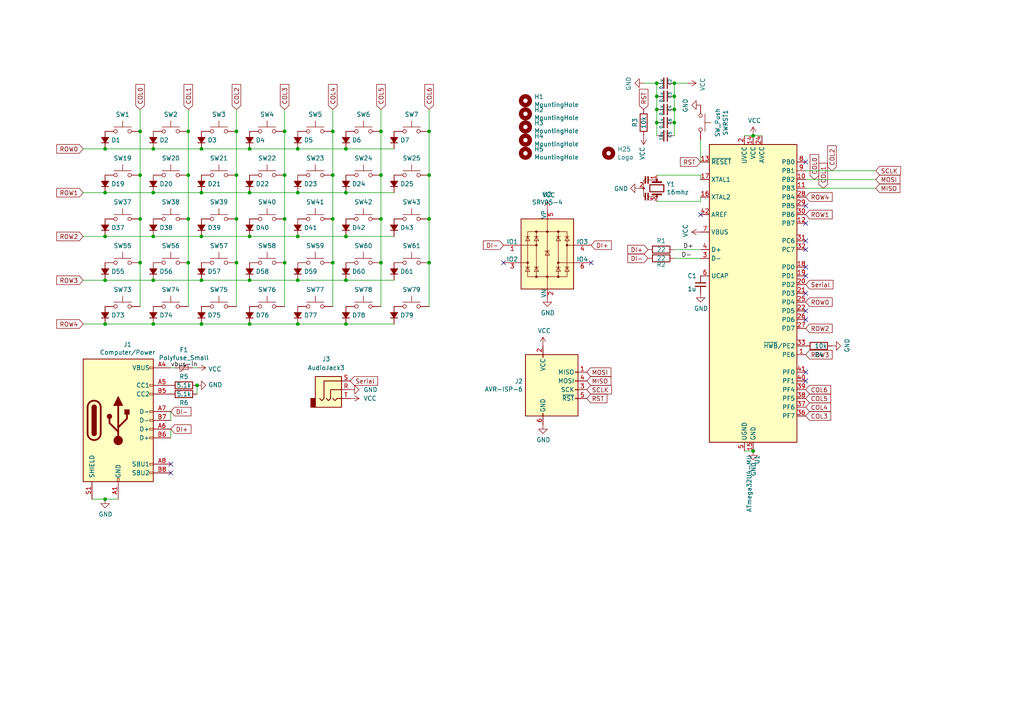
<source format=kicad_sch>
(kicad_sch (version 20211123) (generator eeschema)
  (paper "A4")
  (title_block (title "Lyra") (date "2022-01-23") (rev "2") (company "Black Cat Plasticworks - (Malevolti)"))
  (junction (at 44.45 93.98))
  (junction (at 30.48 93.98))
  (junction (at 82.55 50.8))
  (junction (at 68.58 63.5))
  (junction (at 86.36 68.58))
  (junction (at 58.42 81.28))
  (junction (at 57.15 111.76))
  (junction (at 190.5 31.75))
  (junction (at 195.58 31.75))
  (junction (at 218.44 130.81))
  (junction (at 96.52 76.2))
  (junction (at 124.46 38.1))
  (junction (at 54.61 38.1))
  (junction (at 96.52 38.1))
  (junction (at 40.64 76.2))
  (junction (at 58.42 68.58))
  (junction (at 68.58 76.2))
  (junction (at 110.49 50.8))
  (junction (at 100.33 55.88))
  (junction (at 58.42 93.98))
  (junction (at 40.64 63.5))
  (junction (at 195.58 35.56))
  (junction (at 190.5 27.94))
  (junction (at 110.49 38.1))
  (junction (at 30.48 55.88))
  (junction (at 30.48 68.58))
  (junction (at 100.33 93.98))
  (junction (at 110.49 76.2))
  (junction (at 68.58 38.1))
  (junction (at 54.61 63.5))
  (junction (at 82.55 63.5))
  (junction (at 190.5 24.13))
  (junction (at 30.48 81.28))
  (junction (at 44.45 55.88))
  (junction (at 40.64 50.8))
  (junction (at 58.42 55.88))
  (junction (at 124.46 50.8))
  (junction (at 110.49 63.5))
  (junction (at 72.39 43.18))
  (junction (at 40.64 38.1))
  (junction (at 58.42 43.18))
  (junction (at 96.52 50.8))
  (junction (at 72.39 81.28))
  (junction (at 86.36 55.88))
  (junction (at 72.39 55.88))
  (junction (at 195.58 27.94))
  (junction (at 30.48 43.18))
  (junction (at 72.39 93.98))
  (junction (at 68.58 50.8))
  (junction (at 72.39 68.58))
  (junction (at 86.36 81.28))
  (junction (at 100.33 43.18))
  (junction (at 82.55 38.1))
  (junction (at 86.36 93.98))
  (junction (at 124.46 76.2))
  (junction (at 124.46 63.5))
  (junction (at 82.55 76.2))
  (junction (at 190.5 35.56))
  (junction (at 44.45 81.28))
  (junction (at 54.61 50.8))
  (junction (at 44.45 68.58))
  (junction (at 96.52 63.5))
  (junction (at 218.44 39.37))
  (junction (at 44.45 43.18))
  (junction (at 195.58 24.13))
  (junction (at 86.36 43.18))
  (junction (at 54.61 76.2))
  (junction (at 30.48 144.78))
  (junction (at 100.33 81.28))
  (junction (at 100.33 68.58))
  (no_connect (at 233.68 46.99))
  (no_connect (at 49.53 134.62))
  (no_connect (at 233.68 110.49))
  (no_connect (at 171.45 76.2))
  (no_connect (at 203.2 62.23))
  (no_connect (at 49.53 137.16))
  (no_connect (at 233.68 69.85))
  (no_connect (at 233.68 72.39))
  (no_connect (at 233.68 77.47))
  (no_connect (at 233.68 80.01))
  (no_connect (at 233.68 85.09))
  (no_connect (at 233.68 90.17))
  (no_connect (at 233.68 92.71))
  (no_connect (at 233.68 59.69))
  (no_connect (at 233.68 64.77))
  (no_connect (at 146.05 76.2))
  (no_connect (at 233.68 107.95))
  (wire (pts (xy 218.44 39.37) (xy 215.9 39.37)))
  (wire (pts (xy 68.58 38.1) (xy 68.58 50.8)))
  (wire (pts (xy 30.48 93.98) (xy 44.45 93.98)))
  (wire (pts (xy 96.52 50.8) (xy 96.52 63.5)))
  (wire (pts (xy 190.5 35.56) (xy 190.5 31.75)))
  (wire (pts (xy 58.42 68.58) (xy 44.45 68.58)))
  (wire (pts (xy 195.58 31.75) (xy 195.58 27.94)))
  (wire (pts (xy 124.46 63.5) (xy 124.46 76.2)))
  (wire (pts (xy 190.5 31.75) (xy 190.5 27.94)))
  (wire (pts (xy 68.58 76.2) (xy 68.58 88.9)))
  (wire (pts (xy 72.39 43.18) (xy 58.42 43.18)))
  (wire (pts (xy 49.53 124.46) (xy 49.53 127)))
  (wire (pts (xy 233.68 52.07) (xy 254 52.07)))
  (wire (pts (xy 218.44 39.37) (xy 220.98 39.37)))
  (wire (pts (xy 195.58 39.37) (xy 195.58 35.56)))
  (wire (pts (xy 58.42 55.88) (xy 72.39 55.88)))
  (wire (pts (xy 68.58 50.8) (xy 68.58 63.5)))
  (wire (pts (xy 86.36 93.98) (xy 100.33 93.98)))
  (wire (pts (xy 86.36 55.88) (xy 100.33 55.88)))
  (wire (pts (xy 114.3 68.58) (xy 100.33 68.58)))
  (wire (pts (xy 96.52 38.1) (xy 96.52 31.75)))
  (wire (pts (xy 58.42 81.28) (xy 44.45 81.28)))
  (wire (pts (xy 203.2 57.15) (xy 203.2 58.42)))
  (wire (pts (xy 72.39 81.28) (xy 58.42 81.28)))
  (wire (pts (xy 26.67 144.78) (xy 30.48 144.78)))
  (wire (pts (xy 96.52 63.5) (xy 96.52 76.2)))
  (wire (pts (xy 100.33 43.18) (xy 86.36 43.18)))
  (wire (pts (xy 195.58 27.94) (xy 195.58 24.13)))
  (wire (pts (xy 54.61 63.5) (xy 54.61 76.2)))
  (wire (pts (xy 86.36 68.58) (xy 72.39 68.58)))
  (wire (pts (xy 82.55 38.1) (xy 82.55 31.75)))
  (wire (pts (xy 110.49 50.8) (xy 110.49 63.5)))
  (wire (pts (xy 44.45 81.28) (xy 30.48 81.28)))
  (wire (pts (xy 82.55 50.8) (xy 82.55 63.5)))
  (wire (pts (xy 203.2 72.39) (xy 195.58 72.39)))
  (wire (pts (xy 30.48 93.98) (xy 24.13 93.98)))
  (wire (pts (xy 110.49 38.1) (xy 110.49 31.75)))
  (wire (pts (xy 30.48 43.18) (xy 24.13 43.18)))
  (wire (pts (xy 114.3 43.18) (xy 100.33 43.18)))
  (wire (pts (xy 40.64 76.2) (xy 40.64 88.9)))
  (wire (pts (xy 100.33 68.58) (xy 86.36 68.58)))
  (wire (pts (xy 30.48 144.78) (xy 34.29 144.78)))
  (wire (pts (xy 203.2 50.8) (xy 190.5 50.8)))
  (wire (pts (xy 82.55 76.2) (xy 82.55 88.9)))
  (wire (pts (xy 110.49 38.1) (xy 110.49 50.8)))
  (wire (pts (xy 124.46 76.2) (xy 124.46 88.9)))
  (wire (pts (xy 54.61 38.1) (xy 54.61 50.8)))
  (wire (pts (xy 68.58 38.1) (xy 68.58 31.75)))
  (wire (pts (xy 100.33 55.88) (xy 114.3 55.88)))
  (wire (pts (xy 100.33 93.98) (xy 114.3 93.98)))
  (wire (pts (xy 58.42 93.98) (xy 72.39 93.98)))
  (wire (pts (xy 57.15 111.76) (xy 57.15 114.3)))
  (wire (pts (xy 124.46 38.1) (xy 124.46 50.8)))
  (wire (pts (xy 195.58 24.13) (xy 199.39 24.13)))
  (wire (pts (xy 82.55 38.1) (xy 82.55 50.8)))
  (wire (pts (xy 40.64 63.5) (xy 40.64 76.2)))
  (wire (pts (xy 72.39 93.98) (xy 86.36 93.98)))
  (wire (pts (xy 55.88 106.68) (xy 57.15 106.68)))
  (wire (pts (xy 54.61 76.2) (xy 54.61 88.9)))
  (wire (pts (xy 203.2 58.42) (xy 190.5 58.42)))
  (wire (pts (xy 30.48 68.58) (xy 24.13 68.58)))
  (wire (pts (xy 44.45 93.98) (xy 58.42 93.98)))
  (wire (pts (xy 233.68 54.61) (xy 254 54.61)))
  (wire (pts (xy 110.49 76.2) (xy 110.49 88.9)))
  (wire (pts (xy 82.55 63.5) (xy 82.55 76.2)))
  (wire (pts (xy 86.36 43.18) (xy 72.39 43.18)))
  (wire (pts (xy 40.64 50.8) (xy 40.64 63.5)))
  (wire (pts (xy 96.52 38.1) (xy 96.52 50.8)))
  (wire (pts (xy 190.5 39.37) (xy 190.5 35.56)))
  (wire (pts (xy 54.61 38.1) (xy 54.61 31.75)))
  (wire (pts (xy 215.9 130.81) (xy 218.44 130.81)))
  (wire (pts (xy 72.39 68.58) (xy 58.42 68.58)))
  (wire (pts (xy 49.53 121.92) (xy 49.53 119.38)))
  (wire (pts (xy 30.48 55.88) (xy 44.45 55.88)))
  (wire (pts (xy 124.46 50.8) (xy 124.46 63.5)))
  (wire (pts (xy 44.45 55.88) (xy 58.42 55.88)))
  (wire (pts (xy 54.61 50.8) (xy 54.61 63.5)))
  (wire (pts (xy 203.2 52.07) (xy 203.2 50.8)))
  (wire (pts (xy 86.36 81.28) (xy 72.39 81.28)))
  (wire (pts (xy 190.5 24.13) (xy 186.69 24.13)))
  (wire (pts (xy 195.58 35.56) (xy 195.58 31.75)))
  (wire (pts (xy 40.64 38.1) (xy 40.64 50.8)))
  (wire (pts (xy 100.33 81.28) (xy 86.36 81.28)))
  (wire (pts (xy 124.46 38.1) (xy 124.46 31.75)))
  (wire (pts (xy 44.45 68.58) (xy 30.48 68.58)))
  (wire (pts (xy 30.48 81.28) (xy 24.13 81.28)))
  (wire (pts (xy 114.3 81.28) (xy 100.33 81.28)))
  (wire (pts (xy 72.39 55.88) (xy 86.36 55.88)))
  (wire (pts (xy 195.58 74.93) (xy 203.2 74.93)))
  (wire (pts (xy 44.45 43.18) (xy 30.48 43.18)))
  (wire (pts (xy 30.48 55.88) (xy 24.13 55.88)))
  (wire (pts (xy 233.68 49.53) (xy 254 49.53)))
  (wire (pts (xy 58.42 43.18) (xy 44.45 43.18)))
  (wire (pts (xy 49.53 106.68) (xy 50.8 106.68)))
  (wire (pts (xy 203.2 46.99) (xy 203.2 40.64)))
  (wire (pts (xy 40.64 38.1) (xy 40.64 31.75)))
  (wire (pts (xy 96.52 76.2) (xy 96.52 88.9)))
  (wire (pts (xy 68.58 63.5) (xy 68.58 76.2)))
  (wire (pts (xy 110.49 76.2) (xy 110.49 63.5)))
  (wire (pts (xy 190.5 27.94) (xy 190.5 24.13)))
  (label "vbus-in" (at 49.53 106.68 0))
  (label "D-" (at 200.66 74.93 180))
  (label "D+" (at 198.12 72.39 0))
  (global_label "ROW0" (shape input) (at 233.68 87.63 0) (property "Intersheet References" "${INTERSHEET_REFS}" (effects hide)))
  (global_label "COL6" (shape input) (at 124.46 31.75 90) (property "Intersheet References" "${INTERSHEET_REFS}" (effects hide)))
  (global_label "RST" (shape input) (at 203.2 46.99 180) (property "Intersheet References" "${INTERSHEET_REFS}" (effects hide)))
  (global_label "Serial" (shape input) (at 233.68 82.55 0) (property "Intersheet References" "${INTERSHEET_REFS}" (effects hide)))
  (global_label "ROW1" (shape input) (at 233.68 62.23 0) (property "Intersheet References" "${INTERSHEET_REFS}" (effects hide)))
  (global_label "MOSI" (shape input) (at 170.18 107.95 0) (property "Intersheet References" "${INTERSHEET_REFS}" (effects hide)))
  (global_label "Serial" (shape input) (at 101.6 110.49 0) (property "Intersheet References" "${INTERSHEET_REFS}" (effects hide)))
  (global_label "COL5" (shape input) (at 233.68 115.57 0) (property "Intersheet References" "${INTERSHEET_REFS}" (effects hide)))
  (global_label "ROW2" (shape input) (at 233.68 95.25 0) (property "Intersheet References" "${INTERSHEET_REFS}" (effects hide)))
  (global_label "COL0" (shape input) (at 236.22 52.07 90) (property "Intersheet References" "${INTERSHEET_REFS}" (effects hide)))
  (global_label "ROW4" (shape input) (at 24.13 93.98 180) (property "Intersheet References" "${INTERSHEET_REFS}" (effects hide)))
  (global_label "ROW3" (shape input) (at 233.68 102.87 0) (property "Intersheet References" "${INTERSHEET_REFS}" (effects hide)))
  (global_label "COL0" (shape input) (at 40.64 31.75 90) (property "Intersheet References" "${INTERSHEET_REFS}" (effects hide)))
  (global_label "ROW0" (shape input) (at 24.13 43.18 180) (property "Intersheet References" "${INTERSHEET_REFS}" (effects hide)))
  (global_label "COL5" (shape input) (at 110.49 31.75 90) (property "Intersheet References" "${INTERSHEET_REFS}" (effects hide)))
  (global_label "COL6" (shape input) (at 233.68 113.03 0) (property "Intersheet References" "${INTERSHEET_REFS}" (effects hide)))
  (global_label "DI-" (shape input) (at 146.05 71.12 180) (property "Intersheet References" "${INTERSHEET_REFS}" (effects hide)))
  (global_label "COL4" (shape input) (at 233.68 118.11 0) (property "Intersheet References" "${INTERSHEET_REFS}" (effects hide)))
  (global_label "COL3" (shape input) (at 233.68 120.65 0) (property "Intersheet References" "${INTERSHEET_REFS}" (effects hide)))
  (global_label "ROW2" (shape input) (at 24.13 68.58 180) (property "Intersheet References" "${INTERSHEET_REFS}" (effects hide)))
  (global_label "RST" (shape input) (at 186.69 31.75 90) (property "Intersheet References" "${INTERSHEET_REFS}" (effects hide)))
  (global_label "ROW1" (shape input) (at 24.13 55.88 180) (property "Intersheet References" "${INTERSHEET_REFS}" (effects hide)))
  (global_label "ROW4" (shape input) (at 233.68 57.15 0) (property "Intersheet References" "${INTERSHEET_REFS}" (effects hide)))
  (global_label "DI-" (shape input) (at 49.53 119.38 0) (property "Intersheet References" "${INTERSHEET_REFS}" (effects hide)))
  (global_label "SCLK" (shape input) (at 254 49.53 0) (property "Intersheet References" "${INTERSHEET_REFS}" (effects hide)))
  (global_label "COL1" (shape input) (at 238.76 54.61 90) (property "Intersheet References" "${INTERSHEET_REFS}" (effects hide)))
  (global_label "DI+" (shape input) (at 49.53 124.46 0) (property "Intersheet References" "${INTERSHEET_REFS}" (effects hide)))
  (global_label "MOSI" (shape input) (at 254 52.07 0) (property "Intersheet References" "${INTERSHEET_REFS}" (effects hide)))
  (global_label "COL2" (shape input) (at 241.3 49.53 90) (property "Intersheet References" "${INTERSHEET_REFS}" (effects hide)))
  (global_label "COL1" (shape input) (at 54.61 31.75 90) (property "Intersheet References" "${INTERSHEET_REFS}" (effects hide)))
  (global_label "MISO" (shape input) (at 170.18 110.49 0) (property "Intersheet References" "${INTERSHEET_REFS}" (effects hide)))
  (global_label "RST" (shape input) (at 170.18 115.57 0) (property "Intersheet References" "${INTERSHEET_REFS}" (effects hide)))
  (global_label "COL2" (shape input) (at 68.58 31.75 90) (property "Intersheet References" "${INTERSHEET_REFS}" (effects hide)))
  (global_label "ROW3" (shape input) (at 24.13 81.28 180) (property "Intersheet References" "${INTERSHEET_REFS}" (effects hide)))
  (global_label "DI+" (shape input) (at 187.96 72.39 180) (property "Intersheet References" "${INTERSHEET_REFS}" (effects hide)))
  (global_label "MISO" (shape input) (at 254 54.61 0) (property "Intersheet References" "${INTERSHEET_REFS}" (effects hide)))
  (global_label "COL4" (shape input) (at 96.52 31.75 90) (property "Intersheet References" "${INTERSHEET_REFS}" (effects hide)))
  (global_label "DI-" (shape input) (at 187.96 74.93 180) (property "Intersheet References" "${INTERSHEET_REFS}" (effects hide)))
  (global_label "SCLK" (shape input) (at 170.18 113.03 0) (property "Intersheet References" "${INTERSHEET_REFS}" (effects hide)))
  (global_label "DI+" (shape input) (at 171.45 71.12 0) (property "Intersheet References" "${INTERSHEET_REFS}" (effects hide)))
  (global_label "COL3" (shape input) (at 82.55 31.75 90) (property "Intersheet References" "${INTERSHEET_REFS}" (effects hide)))
  (symbol (lib_id "MCU_Microchip_ATmega:ATmega32U4-MU") (at 218.44 85.09 0) (unit 1)
    (property "Reference" "U1" (at 219.6084 131.9276 90) (effects (justify right)))
    (property "Value" "ATmega32U4-MU" (at 217.297 131.9276 90) (effects (justify right)))
    (property "Footprint" "Package_DFN_QFN:QFN-44-1EP_7x7mm_P0.5mm_EP5.2x5.2mm" (effects hide))
    (property "Datasheet" "http://ww1.microchip.com/downloads/en/DeviceDoc/Atmel-7766-8-bit-AVR-ATmega16U4-32U4_Datasheet.pdf" (effects hide))
    (property "LCSC" "C112161" (effects hide))
    (property "Manufacturer" "Microchip Tech" (effects hide))
    (property "Mfg pt #" "ATMEGA32U4-MU" (effects hide))
    (property "Type" "BGA/QFP" (effects hide))
  )
  (symbol (lib_id "Device:Resonator") (at 190.5 54.61 270) (unit 1)
    (property "Reference" "Y1" (at 193.294 53.4416 90) (effects (justify left)))
    (property "Value" "16mhz" (at 193.294 55.753 90) (effects (justify left)))
    (property "Footprint" "Crystal:Resonator_SMD_muRata_CSTxExxV-3Pin_3.0x1.1mm_HandSoldering" (effects hide))
    (property "LCSC" "C341521" (effects hide))
    (property "Manufacturer" "Murata Electronics" (effects hide))
    (property "Mfg pt #" "CSTNE16M0V530000R0" (effects hide))
    (property "Type" "SMD" (effects hide))
  )
  (symbol (lib_id "power:GND") (at 185.42 54.61 270) (unit 1)
    (property "Reference" "#PWR012" (effects hide))
    (property "Value" "GND" (at 182.1688 54.737 90) (effects (justify right)))
  )
  (symbol (lib_id "Connector:USB_C_Receptacle_USB2.0") (at 34.29 121.92 0) (unit 1)
    (property "Reference" "J1" (at 37.0078 99.8982 0))
    (property "Value" "Computer/Power" (at 37.0078 102.2096 0))
    (property "Footprint" "Connector_USB:USB_C_Receptacle_HRO_TYPE-C-31-M-12" (effects hide))
    (property "Datasheet" "https://www.usb.org/sites/default/files/documents/usb_type-c.zip" (effects hide))
    (property "LCSC" "C165948" (effects hide))
    (property "Manufacturer" "Korean Hroparts Elec" (effects hide))
    (property "Mfg pt #" "TYPE-C-31-M-12" (effects hide))
    (property "Type" "SMD" (effects hide))
  )
  (symbol (lib_id "Device:Polyfuse_Small") (at 53.34 106.68 270) (unit 1)
    (property "Reference" "F1" (at 53.34 101.473 90))
    (property "Value" "Polyfuse_Small" (at 53.34 103.7844 90))
    (property "Footprint" "Fuse:Fuse_0402_1005Metric" (effects hide))
    (property "LCSC" "C914085" (effects hide))
    (property "Manufacturer" "BHFUSE" (effects hide))
    (property "Mfg pt #" "BSMD0402L-020" (effects hide))
    (property "Type" "SMD" (effects hide))
  )
  (symbol (lib_id "Device:R") (at 53.34 111.76 270) (unit 1)
    (property "Reference" "R5" (at 53.34 109.22 90))
    (property "Value" "5.1k" (at 53.34 111.76 90))
    (property "Footprint" "Resistor_SMD:R_0402_1005Metric_Pad0.72x0.64mm_HandSolder" (effects hide))
    (property "LCSC" "C25905" (effects hide))
    (property "Manufacturer" "UNI-ROYAL" (effects hide))
    (property "Mfg pt #" "0402WGF5101TCE" (effects hide))
    (property "Type" "SMD" (effects hide))
  )
  (symbol (lib_id "Device:R") (at 53.34 114.3 270) (unit 1)
    (property "Reference" "R6" (at 53.34 116.84 90))
    (property "Value" "5.1k" (at 53.34 114.3 90))
    (property "Footprint" "Resistor_SMD:R_0402_1005Metric_Pad0.72x0.64mm_HandSolder" (effects hide))
    (property "LCSC" "C25905" (effects hide))
    (property "Manufacturer" "UNI-ROYAL" (effects hide))
    (property "Mfg pt #" "0402WGF5101TCE" (effects hide))
    (property "Type" "SMD" (effects hide))
  )
  (symbol (lib_id "Device:R") (at 191.77 72.39 270) (unit 1)
    (property "Reference" "R1" (at 191.77 69.85 90))
    (property "Value" "22" (at 191.77 72.39 90))
    (property "Footprint" "Resistor_SMD:R_0402_1005Metric_Pad0.72x0.64mm_HandSolder" (effects hide))
    (property "LCSC" "C93929" (effects hide))
    (property "Manufacturer" "YAGEO" (effects hide))
    (property "Mfg pt #" "RC0402JR-0722RL" (effects hide))
    (property "Type" "SMD" (effects hide))
  )
  (symbol (lib_id "Device:R") (at 191.77 74.93 270) (unit 1)
    (property "Reference" "R2" (at 191.77 77.47 90) (effects (justify bottom)))
    (property "Value" "22" (at 191.77 74.93 90))
    (property "Footprint" "Resistor_SMD:R_0402_1005Metric_Pad0.72x0.64mm_HandSolder" (effects hide))
    (property "LCSC" "C93929" (effects hide))
    (property "Manufacturer" "YAGEO" (effects hide))
    (property "Mfg pt #" "RC0402JR-0722RL" (effects hide))
    (property "Type" "SMD" (effects hide))
  )
  (symbol (lib_id "power:VCC") (at 218.44 39.37 0) (unit 1)
    (property "Reference" "#PWR010" (effects hide))
    (property "Value" "VCC" (at 218.821 34.9758 0))
  )
  (symbol (lib_id "Device:C_Small") (at 203.2 82.55 0) (unit 1)
    (property "Reference" "C1" (at 199.39 80.01 0) (effects (justify left)))
    (property "Value" "1u" (at 199.39 83.82 0) (effects (justify left)))
    (property "Footprint" "Keeb.io:C_0402" (effects hide))
    (property "LCSC" "C106253" (effects hide))
    (property "Manufacturer" "YAGEO" (effects hide))
    (property "Mfg pt #" "CC0402KRX5R5BB105" (effects hide))
    (property "Type" "SMD" (effects hide))
  )
  (symbol (lib_id "power:GND") (at 203.2 85.09 0) (unit 1)
    (property "Reference" "#PWR014" (effects hide))
    (property "Value" "GND" (at 203.327 89.4842 0))
  )
  (symbol (lib_id "Device:C_Small") (at 193.04 24.13 270) (unit 1)
    (property "Reference" "C2" (at 194.31 22.86 0) (effects (font (size 0.889 0.889)) (justify left)))
    (property "Value" "0.1u" (at 191.77 22.86 0) (effects (font (size 0.889 0.889)) (justify left)))
    (property "Footprint" "Keeb.io:C_0402" (effects hide))
    (property "LCSC" "C106204" (effects hide))
    (property "Manufacturer" "YAGEO" (effects hide))
    (property "Mfg pt #" "CC0402KRX5R7BB104" (effects hide))
    (property "Type" "SMD" (effects hide))
  )
  (symbol (lib_id "Device:C_Small") (at 193.04 27.94 270) (unit 1)
    (property "Reference" "C3" (at 194.31 26.67 0) (effects (font (size 0.889 0.889)) (justify left)))
    (property "Value" "0.1u" (at 191.77 26.67 0) (effects (font (size 0.889 0.889)) (justify left)))
    (property "Footprint" "Keeb.io:C_0402" (effects hide))
    (property "LCSC" "C106204" (effects hide))
    (property "Manufacturer" "YAGEO" (effects hide))
    (property "Mfg pt #" "CC0402KRX5R7BB104" (effects hide))
    (property "Type" "SMD" (effects hide))
  )
  (symbol (lib_id "Device:C_Small") (at 193.04 31.75 270) (unit 1)
    (property "Reference" "C4" (at 194.31 30.48 0) (effects (font (size 0.889 0.889)) (justify left)))
    (property "Value" "0.1u" (at 191.77 30.48 0) (effects (font (size 0.889 0.889)) (justify left)))
    (property "Footprint" "Keeb.io:C_0402" (effects hide))
    (property "LCSC" "C106204" (effects hide))
    (property "Manufacturer" "YAGEO" (effects hide))
    (property "Mfg pt #" "CC0402KRX5R7BB104" (effects hide))
    (property "Type" "SMD" (effects hide))
  )
  (symbol (lib_id "Device:C_Small") (at 193.04 39.37 270) (unit 1)
    (property "Reference" "C5" (at 194.31 38.1 0) (effects (font (size 0.889 0.889)) (justify left)))
    (property "Value" "10u" (at 191.77 38.1 0) (effects (font (size 0.889 0.889)) (justify left)))
    (property "Footprint" "Keeb.io:C_0402" (effects hide))
    (property "LCSC" "C237279" (effects hide))
    (property "Manufacturer" "Murata Electronics" (effects hide))
    (property "Mfg pt #" "GRM155C80J106ME11D" (effects hide))
    (property "Type" "SMD" (effects hide))
  )
  (symbol (lib_id "power:VCC") (at 199.39 24.13 270) (unit 1)
    (property "Reference" "#PWR06" (effects hide))
    (property "Value" "VCC" (at 203.7842 24.511 0))
  )
  (symbol (lib_id "power:GND") (at 186.69 24.13 270) (unit 1)
    (property "Reference" "#PWR07" (effects hide))
    (property "Value" "GND" (at 182.2958 24.257 0))
  )
  (symbol (lib_id "Power_Protection:SRV05-4") (at 158.75 73.66 0) (unit 1)
    (property "Reference" "U2" (at 158.75 56.3626 0))
    (property "Value" "SRV05-4" (at 158.75 58.674 0))
    (property "Footprint" "Package_TO_SOT_SMD:SOT-23-6" (effects hide))
    (property "Datasheet" "http://www.onsemi.com/pub/Collateral/SRV05-4-D.PDF" (effects hide))
    (property "LCSC" "C558418" (effects hide))
    (property "Manufacturer" "TECH PUBLIC" (effects hide))
    (property "Mfg pt #" "SRV05-4" (effects hide))
    (property "Type" "SMD" (effects hide))
  )
  (symbol (lib_id "power:GND") (at 158.75 86.36 0) (unit 1)
    (property "Reference" "#PWR09" (effects hide))
    (property "Value" "GND" (at 158.877 90.7542 0))
  )
  (symbol (lib_id "power:VCC") (at 158.75 60.96 0) (unit 1)
    (property "Reference" "#PWR08" (effects hide))
    (property "Value" "VCC" (at 159.131 56.5658 0))
  )
  (symbol (lib_id "Device:R") (at 186.69 35.56 0) (unit 1)
    (property "Reference" "R3" (at 184.15 35.56 90))
    (property "Value" "10k" (at 186.69 35.56 90))
    (property "Footprint" "Resistor_SMD:R_0402_1005Metric_Pad0.72x0.64mm_HandSolder" (effects hide))
    (property "LCSC" "C60489" (effects hide))
    (property "Manufacturer" "YAGEO" (effects hide))
    (property "Mfg pt #" "RC0402JR-0710KL" (effects hide))
    (property "Type" "SMD" (effects hide))
  )
  (symbol (lib_id "Device:R") (at 237.49 100.33 270) (unit 1)
    (property "Reference" "R4" (at 236.22 102.87 90) (effects (justify left)))
    (property "Value" "10k" (at 236.22 100.33 90) (effects (justify left)))
    (property "Footprint" "Resistor_SMD:R_0402_1005Metric_Pad0.72x0.64mm_HandSolder" (effects hide))
    (property "LCSC" "C60489" (effects hide))
    (property "Manufacturer" "YAGEO" (effects hide))
    (property "Mfg pt #" "RC0402JR-0710KL" (effects hide))
    (property "Type" "SMD" (effects hide))
  )
  (symbol (lib_id "Connector:AVR-ISP-6") (at 160.02 113.03 0) (unit 1)
    (property "Reference" "J2" (at 151.6634 110.5916 0) (effects (justify right)))
    (property "Value" "AVR-ISP-6" (at 151.6634 112.903 0) (effects (justify right)))
    (property "Footprint" "Connector_PinSocket_2.54mm:PinSocket_2x03_P2.54mm_Vertical" (effects hide))
    (property "Datasheet" " ~" (effects hide))
  )
  (symbol (lib_id "power:VCC") (at 186.69 39.37 180) (unit 1)
    (property "Reference" "#PWR011" (effects hide))
    (property "Value" "VCC" (at 186.309 42.5958 90) (effects (justify left)))
  )
  (symbol (lib_id "power:VCC") (at 157.48 100.33 0) (unit 1)
    (property "Reference" "#PWR02" (effects hide))
    (property "Value" "VCC" (at 157.861 95.9358 0))
  )
  (symbol (lib_id "power:GND") (at 157.48 123.19 0) (unit 1)
    (property "Reference" "#PWR03" (effects hide))
    (property "Value" "GND" (at 157.607 127.5842 0))
  )
  (symbol (lib_id "Switch:SW_Push") (at 35.56 38.1 0) (unit 1)
    (property "Reference" "SW1" (at 35.56 33.1978 0))
    (property "Value" "SW_Push" (effects hide))
    (property "Footprint" "Lily58:MX_Choc_Hotswap" (effects hide))
  )
  (symbol (lib_id "Switch:SW_Push") (at 49.53 38.1 0) (unit 1)
    (property "Reference" "SW2" (at 49.53 33.1978 0))
    (property "Value" "SW_Push" (effects hide))
    (property "Footprint" "Lily58:MX_Choc_Hotswap" (effects hide))
  )
  (symbol (lib_id "Switch:SW_Push") (at 63.5 38.1 0) (unit 1)
    (property "Reference" "SW3" (at 63.5 33.1978 0))
    (property "Value" "SW_Push" (effects hide))
    (property "Footprint" "Lily58:MX_Choc_Hotswap" (effects hide))
  )
  (symbol (lib_id "Switch:SW_Push") (at 77.47 38.1 0) (unit 1)
    (property "Reference" "SW4" (at 77.47 33.1978 0))
    (property "Value" "SW_Push" (effects hide))
    (property "Footprint" "Lily58:MX_Choc_Hotswap" (effects hide))
  )
  (symbol (lib_id "Switch:SW_Push") (at 91.44 38.1 0) (unit 1)
    (property "Reference" "SW5" (at 91.44 33.1978 0))
    (property "Value" "SW_Push" (effects hide))
    (property "Footprint" "Lily58:MX_Choc_Hotswap" (effects hide))
  )
  (symbol (lib_id "Switch:SW_Push") (at 105.41 38.1 0) (unit 1)
    (property "Reference" "SW6" (at 105.41 33.1978 0))
    (property "Value" "SW_Push" (effects hide))
    (property "Footprint" "Lily58:MX_Choc_Hotswap" (effects hide))
  )
  (symbol (lib_id "Switch:SW_Push") (at 119.38 38.1 0) (unit 1)
    (property "Reference" "SW7" (at 119.38 33.1978 0))
    (property "Value" "SW_Push" (effects hide))
    (property "Footprint" "Lily58:MX_Choc_Hotswap" (effects hide))
  )
  (symbol (lib_id "Switch:SW_Push") (at 35.56 50.8 0) (unit 1)
    (property "Reference" "SW19" (at 35.56 45.8978 0))
    (property "Value" "SW_Push" (effects hide))
    (property "Footprint" "Lily58:MX_Choc_Hotswap" (effects hide))
  )
  (symbol (lib_id "Switch:SW_Push") (at 49.53 50.8 0) (unit 1)
    (property "Reference" "SW20" (at 49.53 45.8978 0))
    (property "Value" "SW_Push" (effects hide))
    (property "Footprint" "Lily58:MX_Choc_Hotswap" (effects hide))
  )
  (symbol (lib_id "Switch:SW_Push") (at 63.5 50.8 0) (unit 1)
    (property "Reference" "SW21" (at 63.5 45.8978 0))
    (property "Value" "SW_Push" (effects hide))
    (property "Footprint" "Lily58:MX_Choc_Hotswap" (effects hide))
  )
  (symbol (lib_id "Switch:SW_Push") (at 77.47 50.8 0) (unit 1)
    (property "Reference" "SW22" (at 77.47 45.8978 0))
    (property "Value" "SW_Push" (effects hide))
    (property "Footprint" "Lily58:MX_Choc_Hotswap" (effects hide))
  )
  (symbol (lib_id "Switch:SW_Push") (at 91.44 50.8 0) (unit 1)
    (property "Reference" "SW23" (at 91.44 45.8978 0))
    (property "Value" "SW_Push" (effects hide))
    (property "Footprint" "Lily58:MX_Choc_Hotswap" (effects hide))
  )
  (symbol (lib_id "Switch:SW_Push") (at 105.41 50.8 0) (unit 1)
    (property "Reference" "SW24" (at 105.41 45.8978 0))
    (property "Value" "SW_Push" (effects hide))
    (property "Footprint" "Lily58:MX_Choc_Hotswap" (effects hide))
  )
  (symbol (lib_id "Switch:SW_Push") (at 119.38 50.8 0) (unit 1)
    (property "Reference" "SW25" (at 119.38 45.8978 0))
    (property "Value" "SW_Push" (effects hide))
    (property "Footprint" "Lily58:MX_Choc_Hotswap" (effects hide))
  )
  (symbol (lib_id "Switch:SW_Push") (at 35.56 63.5 0) (unit 1)
    (property "Reference" "SW37" (at 35.56 58.5978 0))
    (property "Value" "SW_Push" (effects hide))
    (property "Footprint" "Lily58:MX_Choc_Hotswap" (effects hide))
  )
  (symbol (lib_id "Switch:SW_Push") (at 49.53 63.5 0) (unit 1)
    (property "Reference" "SW38" (at 49.53 58.5978 0))
    (property "Value" "SW_Push" (effects hide))
    (property "Footprint" "Lily58:MX_Choc_Hotswap" (effects hide))
  )
  (symbol (lib_id "Switch:SW_Push") (at 63.5 63.5 0) (unit 1)
    (property "Reference" "SW39" (at 63.5 58.5978 0))
    (property "Value" "SW_Push" (effects hide))
    (property "Footprint" "Lily58:MX_Choc_Hotswap" (effects hide))
  )
  (symbol (lib_id "Switch:SW_Push") (at 77.47 63.5 0) (unit 1)
    (property "Reference" "SW40" (at 77.47 58.5978 0))
    (property "Value" "SW_Push" (effects hide))
    (property "Footprint" "Lily58:MX_Choc_Hotswap" (effects hide))
  )
  (symbol (lib_id "Switch:SW_Push") (at 91.44 63.5 0) (unit 1)
    (property "Reference" "SW41" (at 91.44 58.5978 0))
    (property "Value" "SW_Push" (effects hide))
    (property "Footprint" "Lily58:MX_Choc_Hotswap" (effects hide))
  )
  (symbol (lib_id "Switch:SW_Push") (at 105.41 63.5 0) (unit 1)
    (property "Reference" "SW42" (at 105.41 58.5978 0))
    (property "Value" "SW_Push" (effects hide))
    (property "Footprint" "Lily58:MX_Choc_Hotswap" (effects hide))
  )
  (symbol (lib_id "Switch:SW_Push") (at 119.38 63.5 0) (unit 1)
    (property "Reference" "SW43" (at 119.38 58.5978 0))
    (property "Value" "SW_Push" (effects hide))
    (property "Footprint" "Lily58:MX_Choc_Hotswap" (effects hide))
  )
  (symbol (lib_id "Switch:SW_Push") (at 35.56 76.2 0) (unit 1)
    (property "Reference" "SW55" (at 35.56 71.2978 0))
    (property "Value" "SW_Push" (effects hide))
    (property "Footprint" "Lily58:MX_Choc_Hotswap" (effects hide))
  )
  (symbol (lib_id "Switch:SW_Push") (at 49.53 76.2 0) (unit 1)
    (property "Reference" "SW56" (at 49.53 71.2978 0))
    (property "Value" "SW_Push" (effects hide))
    (property "Footprint" "Lily58:MX_Choc_Hotswap" (effects hide))
  )
  (symbol (lib_id "Switch:SW_Push") (at 63.5 76.2 0) (unit 1)
    (property "Reference" "SW57" (at 63.5 71.2978 0))
    (property "Value" "SW_Push" (effects hide))
    (property "Footprint" "Lily58:MX_Choc_Hotswap" (effects hide))
  )
  (symbol (lib_id "Switch:SW_Push") (at 77.47 76.2 0) (unit 1)
    (property "Reference" "SW58" (at 77.47 71.2978 0))
    (property "Value" "SW_Push" (effects hide))
    (property "Footprint" "Lily58:MX_Choc_Hotswap" (effects hide))
  )
  (symbol (lib_id "Switch:SW_Push") (at 91.44 76.2 0) (unit 1)
    (property "Reference" "SW59" (at 91.44 71.2978 0))
    (property "Value" "SW_Push" (effects hide))
    (property "Footprint" "Lily58:MX_Choc_Hotswap" (effects hide))
  )
  (symbol (lib_id "Switch:SW_Push") (at 105.41 76.2 0) (unit 1)
    (property "Reference" "SW60" (at 105.41 71.2978 0))
    (property "Value" "SW_Push" (effects hide))
    (property "Footprint" "Lily58:MX_Choc_Hotswap" (effects hide))
  )
  (symbol (lib_id "Switch:SW_Push") (at 119.38 76.2 0) (unit 1)
    (property "Reference" "SW61" (at 119.38 71.2978 0))
    (property "Value" "SW_Push" (effects hide))
    (property "Footprint" "Lily58:MX_Choc_Hotswap" (effects hide))
  )
  (symbol (lib_id "Switch:SW_Push") (at 35.56 88.9 0) (unit 1)
    (property "Reference" "SW73" (at 35.56 83.9978 0))
    (property "Value" "SW_Push" (effects hide))
    (property "Footprint" "Lily58:MX_Choc_Hotswap" (effects hide))
  )
  (symbol (lib_id "Switch:SW_Push") (at 49.53 88.9 0) (unit 1)
    (property "Reference" "SW74" (at 49.53 83.9978 0))
    (property "Value" "SW_Push" (effects hide))
    (property "Footprint" "Lily58:MX_Choc_Hotswap" (effects hide))
  )
  (symbol (lib_id "Switch:SW_Push") (at 63.5 88.9 0) (unit 1)
    (property "Reference" "SW75" (at 63.5 83.9978 0))
    (property "Value" "SW_Push" (effects hide))
    (property "Footprint" "Lily58:MX_Choc_Hotswap" (effects hide))
  )
  (symbol (lib_id "Switch:SW_Push") (at 77.47 88.9 0) (unit 1)
    (property "Reference" "SW76" (at 77.47 83.9978 0))
    (property "Value" "SW_Push" (effects hide))
    (property "Footprint" "Lily58:MX_Choc_Hotswap" (effects hide))
  )
  (symbol (lib_id "Switch:SW_Push") (at 91.44 88.9 0) (unit 1)
    (property "Reference" "SW77" (at 91.44 83.9978 0))
    (property "Value" "SW_Push" (effects hide))
    (property "Footprint" "Lily58:MX_Choc_Hotswap" (effects hide))
  )
  (symbol (lib_id "Switch:SW_Push") (at 105.41 88.9 0) (unit 1)
    (property "Reference" "SW78" (at 105.41 83.9978 0))
    (property "Value" "SW_Push" (effects hide))
    (property "Footprint" "Lily58:MX_Choc_Hotswap" (effects hide))
  )
  (symbol (lib_id "Switch:SW_Push") (at 119.38 88.9 0) (unit 1)
    (property "Reference" "SW79" (at 119.38 83.9978 0))
    (property "Value" "SW_Push" (effects hide))
    (property "Footprint" "Lily58:MX_Choc_Hotswap" (effects hide))
  )
  (symbol (lib_id "power:GND") (at 30.48 144.78 0) (unit 1)
    (property "Reference" "#PWR0102" (effects hide))
    (property "Value" "GND" (at 30.607 149.1742 0))
  )
  (symbol (lib_id "Device:D_Small_ALT") (at 30.48 40.64 90) (unit 1)
    (property "Reference" "D1" (at 32.258 40.64 90) (effects (justify right)))
    (property "Value" "D_Small_ALT" (effects hide))
    (property "Footprint" "Diode_SMD:D_SOD-123F" (effects hide))
    (property "LCSC" "C2099" (effects hide))
    (property "Manufacturer" "Changjiang Electronics Tech" (effects hide))
    (property "Mfg pt #" "1N4148W" (effects hide))
    (property "Type" "SMD" (effects hide))
  )
  (symbol (lib_id "Device:D_Small_ALT") (at 44.45 40.64 90) (unit 1)
    (property "Reference" "D2" (at 46.228 40.64 90) (effects (justify right)))
    (property "Value" "D_Small_ALT" (effects hide))
    (property "Footprint" "Diode_SMD:D_SOD-123F" (effects hide))
    (property "LCSC" "C2099" (effects hide))
    (property "Manufacturer" "Changjiang Electronics Tech" (effects hide))
    (property "Mfg pt #" "1N4148W" (effects hide))
    (property "Type" "SMD" (effects hide))
  )
  (symbol (lib_id "Device:D_Small_ALT") (at 58.42 40.64 90) (unit 1)
    (property "Reference" "D3" (at 60.198 40.64 90) (effects (justify right)))
    (property "Value" "D_Small_ALT" (effects hide))
    (property "Footprint" "Diode_SMD:D_SOD-123F" (effects hide))
    (property "LCSC" "C2099" (effects hide))
    (property "Manufacturer" "Changjiang Electronics Tech" (effects hide))
    (property "Mfg pt #" "1N4148W" (effects hide))
    (property "Type" "SMD" (effects hide))
  )
  (symbol (lib_id "Device:D_Small_ALT") (at 86.36 40.64 90) (unit 1)
    (property "Reference" "D5" (at 88.138 40.64 90) (effects (justify right)))
    (property "Value" "D_Small_ALT" (effects hide))
    (property "Footprint" "Diode_SMD:D_SOD-123F" (effects hide))
    (property "LCSC" "C2099" (effects hide))
    (property "Manufacturer" "Changjiang Electronics Tech" (effects hide))
    (property "Mfg pt #" "1N4148W" (effects hide))
    (property "Type" "SMD" (effects hide))
  )
  (symbol (lib_id "Device:D_Small_ALT") (at 72.39 40.64 90) (unit 1)
    (property "Reference" "D4" (at 74.168 40.64 90) (effects (justify right)))
    (property "Value" "D_Small_ALT" (effects hide))
    (property "Footprint" "Diode_SMD:D_SOD-123F" (effects hide))
    (property "LCSC" "C2099" (effects hide))
    (property "Manufacturer" "Changjiang Electronics Tech" (effects hide))
    (property "Mfg pt #" "1N4148W" (effects hide))
    (property "Type" "SMD" (effects hide))
  )
  (symbol (lib_id "Device:D_Small_ALT") (at 100.33 40.64 90) (unit 1)
    (property "Reference" "D6" (at 102.108 40.64 90) (effects (justify right)))
    (property "Value" "D_Small_ALT" (effects hide))
    (property "Footprint" "Diode_SMD:D_SOD-123F" (effects hide))
    (property "LCSC" "C2099" (effects hide))
    (property "Manufacturer" "Changjiang Electronics Tech" (effects hide))
    (property "Mfg pt #" "1N4148W" (effects hide))
    (property "Type" "SMD" (effects hide))
  )
  (symbol (lib_id "Device:D_Small_ALT") (at 114.3 40.64 90) (unit 1)
    (property "Reference" "D7" (at 116.078 40.64 90) (effects (justify right)))
    (property "Value" "D_Small_ALT" (effects hide))
    (property "Footprint" "Diode_SMD:D_SOD-123F" (effects hide))
    (property "LCSC" "C2099" (effects hide))
    (property "Manufacturer" "Changjiang Electronics Tech" (effects hide))
    (property "Mfg pt #" "1N4148W" (effects hide))
    (property "Type" "SMD" (effects hide))
  )
  (symbol (lib_id "Device:D_Small_ALT") (at 30.48 53.34 90) (unit 1)
    (property "Reference" "D19" (at 32.258 53.34 90) (effects (justify right)))
    (property "Value" "D_Small_ALT" (effects hide))
    (property "Footprint" "Diode_SMD:D_SOD-123F" (effects hide))
    (property "LCSC" "C2099" (effects hide))
    (property "Manufacturer" "Changjiang Electronics Tech" (effects hide))
    (property "Mfg pt #" "1N4148W" (effects hide))
    (property "Type" "SMD" (effects hide))
  )
  (symbol (lib_id "Device:D_Small_ALT") (at 44.45 53.34 90) (unit 1)
    (property "Reference" "D20" (at 46.228 53.34 90) (effects (justify right)))
    (property "Value" "D_Small_ALT" (effects hide))
    (property "Footprint" "Diode_SMD:D_SOD-123F" (effects hide))
    (property "LCSC" "C2099" (effects hide))
    (property "Manufacturer" "Changjiang Electronics Tech" (effects hide))
    (property "Mfg pt #" "1N4148W" (effects hide))
    (property "Type" "SMD" (effects hide))
  )
  (symbol (lib_id "Device:D_Small_ALT") (at 58.42 53.34 90) (unit 1)
    (property "Reference" "D21" (at 60.198 53.34 90) (effects (justify right)))
    (property "Value" "D_Small_ALT" (effects hide))
    (property "Footprint" "Diode_SMD:D_SOD-123F" (effects hide))
    (property "LCSC" "C2099" (effects hide))
    (property "Manufacturer" "Changjiang Electronics Tech" (effects hide))
    (property "Mfg pt #" "1N4148W" (effects hide))
    (property "Type" "SMD" (effects hide))
  )
  (symbol (lib_id "Device:D_Small_ALT") (at 72.39 53.34 90) (unit 1)
    (property "Reference" "D22" (at 74.168 53.34 90) (effects (justify right)))
    (property "Value" "D_Small_ALT" (effects hide))
    (property "Footprint" "Diode_SMD:D_SOD-123F" (effects hide))
    (property "LCSC" "C2099" (effects hide))
    (property "Manufacturer" "Changjiang Electronics Tech" (effects hide))
    (property "Mfg pt #" "1N4148W" (effects hide))
    (property "Type" "SMD" (effects hide))
  )
  (symbol (lib_id "Device:D_Small_ALT") (at 86.36 53.34 90) (unit 1)
    (property "Reference" "D23" (at 88.138 53.34 90) (effects (justify right)))
    (property "Value" "D_Small_ALT" (effects hide))
    (property "Footprint" "Diode_SMD:D_SOD-123F" (effects hide))
    (property "LCSC" "C2099" (effects hide))
    (property "Manufacturer" "Changjiang Electronics Tech" (effects hide))
    (property "Mfg pt #" "1N4148W" (effects hide))
    (property "Type" "SMD" (effects hide))
  )
  (symbol (lib_id "Device:D_Small_ALT") (at 100.33 53.34 90) (unit 1)
    (property "Reference" "D24" (at 102.108 53.34 90) (effects (justify right)))
    (property "Value" "D_Small_ALT" (effects hide))
    (property "Footprint" "Diode_SMD:D_SOD-123F" (effects hide))
    (property "LCSC" "C2099" (effects hide))
    (property "Manufacturer" "Changjiang Electronics Tech" (effects hide))
    (property "Mfg pt #" "1N4148W" (effects hide))
    (property "Type" "SMD" (effects hide))
  )
  (symbol (lib_id "Device:D_Small_ALT") (at 114.3 53.34 90) (unit 1)
    (property "Reference" "D25" (at 116.078 53.34 90) (effects (justify right)))
    (property "Value" "D_Small_ALT" (effects hide))
    (property "Footprint" "Diode_SMD:D_SOD-123F" (effects hide))
    (property "LCSC" "C2099" (effects hide))
    (property "Manufacturer" "Changjiang Electronics Tech" (effects hide))
    (property "Mfg pt #" "1N4148W" (effects hide))
    (property "Type" "SMD" (effects hide))
  )
  (symbol (lib_id "Device:D_Small_ALT") (at 30.48 66.04 90) (unit 1)
    (property "Reference" "D37" (at 32.258 66.04 90) (effects (justify right)))
    (property "Value" "D_Small_ALT" (effects hide))
    (property "Footprint" "Diode_SMD:D_SOD-123F" (effects hide))
    (property "LCSC" "C2099" (effects hide))
    (property "Manufacturer" "Changjiang Electronics Tech" (effects hide))
    (property "Mfg pt #" "1N4148W" (effects hide))
    (property "Type" "SMD" (effects hide))
  )
  (symbol (lib_id "Device:D_Small_ALT") (at 44.45 66.04 90) (unit 1)
    (property "Reference" "D38" (at 46.228 66.04 90) (effects (justify right)))
    (property "Value" "D_Small_ALT" (effects hide))
    (property "Footprint" "Diode_SMD:D_SOD-123F" (effects hide))
    (property "LCSC" "C2099" (effects hide))
    (property "Manufacturer" "Changjiang Electronics Tech" (effects hide))
    (property "Mfg pt #" "1N4148W" (effects hide))
    (property "Type" "SMD" (effects hide))
  )
  (symbol (lib_id "Device:D_Small_ALT") (at 58.42 66.04 90) (unit 1)
    (property "Reference" "D39" (at 60.198 66.04 90) (effects (justify right)))
    (property "Value" "D_Small_ALT" (effects hide))
    (property "Footprint" "Diode_SMD:D_SOD-123F" (effects hide))
    (property "LCSC" "C2099" (effects hide))
    (property "Manufacturer" "Changjiang Electronics Tech" (effects hide))
    (property "Mfg pt #" "1N4148W" (effects hide))
    (property "Type" "SMD" (effects hide))
  )
  (symbol (lib_id "Device:D_Small_ALT") (at 72.39 66.04 90) (unit 1)
    (property "Reference" "D40" (at 74.168 66.04 90) (effects (justify right)))
    (property "Value" "D_Small_ALT" (effects hide))
    (property "Footprint" "Diode_SMD:D_SOD-123F" (effects hide))
    (property "LCSC" "C2099" (effects hide))
    (property "Manufacturer" "Changjiang Electronics Tech" (effects hide))
    (property "Mfg pt #" "1N4148W" (effects hide))
    (property "Type" "SMD" (effects hide))
  )
  (symbol (lib_id "Device:D_Small_ALT") (at 86.36 66.04 90) (unit 1)
    (property "Reference" "D41" (at 88.138 66.04 90) (effects (justify right)))
    (property "Value" "D_Small_ALT" (effects hide))
    (property "Footprint" "Diode_SMD:D_SOD-123F" (effects hide))
    (property "LCSC" "C2099" (effects hide))
    (property "Manufacturer" "Changjiang Electronics Tech" (effects hide))
    (property "Mfg pt #" "1N4148W" (effects hide))
    (property "Type" "SMD" (effects hide))
  )
  (symbol (lib_id "Device:D_Small_ALT") (at 100.33 66.04 90) (unit 1)
    (property "Reference" "D42" (at 102.108 66.04 90) (effects (justify right)))
    (property "Value" "D_Small_ALT" (effects hide))
    (property "Footprint" "Diode_SMD:D_SOD-123F" (effects hide))
    (property "LCSC" "C2099" (effects hide))
    (property "Manufacturer" "Changjiang Electronics Tech" (effects hide))
    (property "Mfg pt #" "1N4148W" (effects hide))
    (property "Type" "SMD" (effects hide))
  )
  (symbol (lib_id "Device:D_Small_ALT") (at 114.3 66.04 90) (unit 1)
    (property "Reference" "D43" (at 116.078 66.04 90) (effects (justify right)))
    (property "Value" "D_Small_ALT" (effects hide))
    (property "Footprint" "Diode_SMD:D_SOD-123F" (effects hide))
    (property "LCSC" "C2099" (effects hide))
    (property "Manufacturer" "Changjiang Electronics Tech" (effects hide))
    (property "Mfg pt #" "1N4148W" (effects hide))
    (property "Type" "SMD" (effects hide))
  )
  (symbol (lib_id "Device:D_Small_ALT") (at 30.48 78.74 90) (unit 1)
    (property "Reference" "D55" (at 32.258 78.74 90) (effects (justify right)))
    (property "Value" "D_Small_ALT" (effects hide))
    (property "Footprint" "Diode_SMD:D_SOD-123F" (effects hide))
    (property "LCSC" "C2099" (effects hide))
    (property "Manufacturer" "Changjiang Electronics Tech" (effects hide))
    (property "Mfg pt #" "1N4148W" (effects hide))
    (property "Type" "SMD" (effects hide))
  )
  (symbol (lib_id "Device:D_Small_ALT") (at 44.45 78.74 90) (unit 1)
    (property "Reference" "D56" (at 46.228 78.74 90) (effects (justify right)))
    (property "Value" "D_Small_ALT" (effects hide))
    (property "Footprint" "Diode_SMD:D_SOD-123F" (effects hide))
    (property "LCSC" "C2099" (effects hide))
    (property "Manufacturer" "Changjiang Electronics Tech" (effects hide))
    (property "Mfg pt #" "1N4148W" (effects hide))
    (property "Type" "SMD" (effects hide))
  )
  (symbol (lib_id "Device:D_Small_ALT") (at 58.42 78.74 90) (unit 1)
    (property "Reference" "D57" (at 60.198 78.74 90) (effects (justify right)))
    (property "Value" "D_Small_ALT" (effects hide))
    (property "Footprint" "Diode_SMD:D_SOD-123F" (effects hide))
    (property "LCSC" "C2099" (effects hide))
    (property "Manufacturer" "Changjiang Electronics Tech" (effects hide))
    (property "Mfg pt #" "1N4148W" (effects hide))
    (property "Type" "SMD" (effects hide))
  )
  (symbol (lib_id "Device:D_Small_ALT") (at 72.39 78.74 90) (unit 1)
    (property "Reference" "D58" (at 74.168 78.74 90) (effects (justify right)))
    (property "Value" "D_Small_ALT" (effects hide))
    (property "Footprint" "Diode_SMD:D_SOD-123F" (effects hide))
    (property "LCSC" "C2099" (effects hide))
    (property "Manufacturer" "Changjiang Electronics Tech" (effects hide))
    (property "Mfg pt #" "1N4148W" (effects hide))
    (property "Type" "SMD" (effects hide))
  )
  (symbol (lib_id "Device:D_Small_ALT") (at 86.36 78.74 90) (unit 1)
    (property "Reference" "D59" (at 88.138 78.74 90) (effects (justify right)))
    (property "Value" "D_Small_ALT" (effects hide))
    (property "Footprint" "Diode_SMD:D_SOD-123F" (effects hide))
    (property "LCSC" "C2099" (effects hide))
    (property "Manufacturer" "Changjiang Electronics Tech" (effects hide))
    (property "Mfg pt #" "1N4148W" (effects hide))
    (property "Type" "SMD" (effects hide))
  )
  (symbol (lib_id "Device:D_Small_ALT") (at 100.33 78.74 90) (unit 1)
    (property "Reference" "D60" (at 102.108 78.74 90) (effects (justify right)))
    (property "Value" "D_Small_ALT" (effects hide))
    (property "Footprint" "Diode_SMD:D_SOD-123F" (effects hide))
    (property "LCSC" "C2099" (effects hide))
    (property "Manufacturer" "Changjiang Electronics Tech" (effects hide))
    (property "Mfg pt #" "1N4148W" (effects hide))
    (property "Type" "SMD" (effects hide))
  )
  (symbol (lib_id "Device:D_Small_ALT") (at 114.3 78.74 90) (unit 1)
    (property "Reference" "D61" (at 116.078 78.74 90) (effects (justify right)))
    (property "Value" "D_Small_ALT" (effects hide))
    (property "Footprint" "Diode_SMD:D_SOD-123F" (effects hide))
    (property "LCSC" "C2099" (effects hide))
    (property "Manufacturer" "Changjiang Electronics Tech" (effects hide))
    (property "Mfg pt #" "1N4148W" (effects hide))
    (property "Type" "SMD" (effects hide))
  )
  (symbol (lib_id "Device:D_Small_ALT") (at 30.48 91.44 90) (unit 1)
    (property "Reference" "D73" (at 32.258 91.44 90) (effects (justify right)))
    (property "Value" "D_Small_ALT" (effects hide))
    (property "Footprint" "Diode_SMD:D_SOD-123F" (effects hide))
    (property "LCSC" "C2099" (effects hide))
    (property "Manufacturer" "Changjiang Electronics Tech" (effects hide))
    (property "Mfg pt #" "1N4148W" (effects hide))
    (property "Type" "SMD" (effects hide))
  )
  (symbol (lib_id "Device:D_Small_ALT") (at 44.45 91.44 90) (unit 1)
    (property "Reference" "D74" (at 46.228 91.44 90) (effects (justify right)))
    (property "Value" "D_Small_ALT" (effects hide))
    (property "Footprint" "Diode_SMD:D_SOD-123F" (effects hide))
    (property "LCSC" "C2099" (effects hide))
    (property "Manufacturer" "Changjiang Electronics Tech" (effects hide))
    (property "Mfg pt #" "1N4148W" (effects hide))
    (property "Type" "SMD" (effects hide))
  )
  (symbol (lib_id "Device:D_Small_ALT") (at 58.42 91.44 90) (unit 1)
    (property "Reference" "D75" (at 60.198 91.44 90) (effects (justify right)))
    (property "Value" "D_Small_ALT" (effects hide))
    (property "Footprint" "Diode_SMD:D_SOD-123F" (effects hide))
    (property "LCSC" "C2099" (effects hide))
    (property "Manufacturer" "Changjiang Electronics Tech" (effects hide))
    (property "Mfg pt #" "1N4148W" (effects hide))
    (property "Type" "SMD" (effects hide))
  )
  (symbol (lib_id "Device:D_Small_ALT") (at 72.39 91.44 90) (unit 1)
    (property "Reference" "D76" (at 74.168 91.44 90) (effects (justify right)))
    (property "Value" "D_Small_ALT" (effects hide))
    (property "Footprint" "Diode_SMD:D_SOD-123F" (effects hide))
    (property "LCSC" "C2099" (effects hide))
    (property "Manufacturer" "Changjiang Electronics Tech" (effects hide))
    (property "Mfg pt #" "1N4148W" (effects hide))
    (property "Type" "SMD" (effects hide))
  )
  (symbol (lib_id "Device:D_Small_ALT") (at 86.36 91.44 90) (unit 1)
    (property "Reference" "D77" (at 88.138 91.44 90) (effects (justify right)))
    (property "Value" "D_Small_ALT" (effects hide))
    (property "Footprint" "Diode_SMD:D_SOD-123F" (effects hide))
    (property "LCSC" "C2099" (effects hide))
    (property "Manufacturer" "Changjiang Electronics Tech" (effects hide))
    (property "Mfg pt #" "1N4148W" (effects hide))
    (property "Type" "SMD" (effects hide))
  )
  (symbol (lib_id "Device:D_Small_ALT") (at 100.33 91.44 90) (unit 1)
    (property "Reference" "D78" (at 102.108 91.44 90) (effects (justify right)))
    (property "Value" "D_Small_ALT" (effects hide))
    (property "Footprint" "Diode_SMD:D_SOD-123F" (effects hide))
    (property "LCSC" "C2099" (effects hide))
    (property "Manufacturer" "Changjiang Electronics Tech" (effects hide))
    (property "Mfg pt #" "1N4148W" (effects hide))
    (property "Type" "SMD" (effects hide))
  )
  (symbol (lib_id "Device:D_Small_ALT") (at 114.3 91.44 90) (unit 1)
    (property "Reference" "D79" (at 116.078 91.44 90) (effects (justify right)))
    (property "Value" "D_Small_ALT" (effects hide))
    (property "Footprint" "Diode_SMD:D_SOD-123F" (effects hide))
    (property "LCSC" "C2099" (effects hide))
    (property "Manufacturer" "Changjiang Electronics Tech" (effects hide))
    (property "Mfg pt #" "1N4148W" (effects hide))
    (property "Type" "SMD" (effects hide))
  )
  (symbol (lib_id "power:GND") (at 241.3 100.33 90) (unit 1)
    (property "Reference" "#PWR015" (effects hide))
    (property "Value" "GND" (at 245.6942 100.203 0))
  )
  (symbol (lib_id "Mechanical:MountingHole") (at 152.4 29.21 0) (unit 1)
    (property "Reference" "H1" (at 154.94 28.0416 0) (effects (justify left)))
    (property "Value" "MountingHole" (at 154.94 30.353 0) (effects (justify left)))
    (property "Footprint" "MountingHole:MountingHole_2.2mm_M2_ISO7380_Pad" (effects hide))
  )
  (symbol (lib_id "Mechanical:MountingHole") (at 152.4 44.45 0) (unit 1)
    (property "Reference" "H5" (at 154.94 43.2816 0) (effects (justify left)))
    (property "Value" "MountingHole" (at 154.94 45.593 0) (effects (justify left)))
    (property "Footprint" "MountingHole:MountingHole_2.2mm_M2_ISO7380_Pad" (effects hide))
  )
  (symbol (lib_id "Mechanical:MountingHole") (at 152.4 40.64 0) (unit 1)
    (property "Reference" "H4" (at 154.94 39.4716 0) (effects (justify left)))
    (property "Value" "MountingHole" (at 154.94 41.783 0) (effects (justify left)))
    (property "Footprint" "MountingHole:MountingHole_2.2mm_M2_ISO7380_Pad" (effects hide))
  )
  (symbol (lib_id "Mechanical:MountingHole") (at 152.4 36.83 0) (unit 1)
    (property "Reference" "H3" (at 154.94 35.6616 0) (effects (justify left)))
    (property "Value" "MountingHole" (at 154.94 37.973 0) (effects (justify left)))
    (property "Footprint" "MountingHole:MountingHole_2.2mm_M2_ISO7380_Pad" (effects hide))
  )
  (symbol (lib_id "Mechanical:MountingHole") (at 152.4 33.02 0) (unit 1)
    (property "Reference" "H2" (at 154.94 31.8516 0) (effects (justify left)))
    (property "Value" "MountingHole" (at 154.94 34.163 0) (effects (justify left)))
    (property "Footprint" "MountingHole:MountingHole_2.2mm_M2_ISO7380_Pad" (effects hide))
  )
  (symbol (lib_id "Mechanical:MountingHole") (at 176.53 44.45 0) (unit 1)
    (property "Reference" "H25" (at 179.07 43.2816 0) (effects (justify left)))
    (property "Value" "Logo" (at 179.07 45.593 0) (effects (justify left)))
    (property "Footprint" "gfx:SuperLyraLogo" (effects hide))
  )
  (symbol (lib_id "Device:C_Small") (at 193.04 35.56 270) (unit 1)
    (property "Reference" "C6" (at 194.31 34.29 0) (effects (font (size 0.889 0.889)) (justify left)))
    (property "Value" "0.1u" (at 191.77 34.29 0) (effects (font (size 0.889 0.889)) (justify left)))
    (property "Footprint" "Keeb.io:C_0402" (effects hide))
    (property "LCSC" "C106204" (effects hide))
    (property "Manufacturer" "YAGEO" (effects hide))
    (property "Mfg pt #" "CC0402KRX5R7BB104" (effects hide))
    (property "Type" "SMD" (effects hide))
  )
  (symbol (lib_id "power:GND") (at 218.44 130.81 0) (unit 1)
    (property "Reference" "#PWR0103" (effects hide))
    (property "Value" "GND" (at 218.567 134.0612 90) (effects (justify right)))
  )
  (symbol (lib_id "power:GND") (at 57.15 111.76 90) (unit 1)
    (property "Reference" "#PWR0101" (effects hide))
    (property "Value" "GND" (at 60.4012 111.633 90) (effects (justify right)))
  )
  (symbol (lib_id "Switch:SW_Push") (at 203.2 35.56 270) (unit 1)
    (property "Reference" "SWRST1" (at 210.439 35.56 0))
    (property "Value" "SW_Push" (at 208.1276 35.56 0))
    (property "Footprint" "Keebio:SW_SPST_TL3342" (effects hide))
    (property "LCSC" "C318884" (effects hide))
    (property "Manufacturer" "XKB Connectivity" (effects hide))
    (property "Mfg pt #" "TS-1187A-B-A-B" (effects hide))
    (property "Type" "SMD" (effects hide))
  )
  (symbol (lib_id "power:GND") (at 203.2 30.48 270) (unit 1)
    (property "Reference" "#PWR0105" (effects hide))
    (property "Value" "GND" (at 198.8058 30.607 0))
  )
  (symbol (lib_id "power:VCC") (at 203.2 67.31 90) (unit 1)
    (property "Reference" "#PWR0106" (effects hide))
    (property "Value" "VCC" (at 198.8058 66.929 0))
  )
  (symbol (lib_id "power:VCC") (at 57.15 106.68 270) (unit 1)
    (property "Reference" "#PWR0107" (effects hide))
    (property "Value" "VCC" (at 60.4012 107.061 90) (effects (justify left)))
  )
  (symbol (lib_id "power:VCC") (at 101.6 115.57 270) (unit 1)
    (property "Reference" "#PWR04" (effects hide))
    (property "Value" "VCC" (at 105.41 115.5699 90) (effects (justify left)))
  )
  (symbol (lib_id "power:GND") (at 101.6 113.03 90) (unit 1)
    (property "Reference" "#PWR01" (effects hide))
    (property "Value" "GND" (at 105.41 113.0299 90) (effects (justify right)))
  )
  (symbol (lib_id "Connector:AudioJack3") (at 96.52 113.03 0) (unit 1)
    (property "Reference" "J3" (at 94.615 104.14 0))
    (property "Value" "AudioJack3" (at 94.615 106.68 0))
    (property "Footprint" "Lily58:TRRS_JACK_MJ4PP9" (effects hide))
  )
)
</source>
